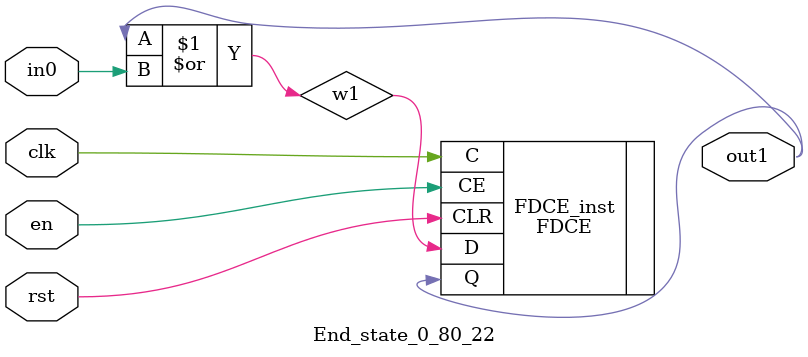
<source format=v>
module engine_0_80(out,clk,sod,en, in_0, in_4, in_8, in_10, in_16, in_21, in_22, in_26, in_36, in_37);
//pcre: /^X-OSSproxy\x3a[^\r\n]*OSSProxy/smiH
//block char: ^[9], O[0], S[0], -[0], r[0], p[0], y[0], x[0], \x3A[8], [^\r\n][2], 

	input clk,sod,en;

	input in_0, in_4, in_8, in_10, in_16, in_21, in_22, in_26, in_36, in_37;
	output out;

	assign w0 = 1'b1;
	state_0_80_1 BlockState_0_80_1 (w1,in_0,clk,en,sod,w0);
	state_0_80_2 BlockState_0_80_2 (w2,in_26,clk,en,sod,w1);
	state_0_80_3 BlockState_0_80_3 (w3,in_10,clk,en,sod,w2);
	state_0_80_4 BlockState_0_80_4 (w4,in_4,clk,en,sod,w3);
	state_0_80_5 BlockState_0_80_5 (w5,in_8,clk,en,sod,w4);
	state_0_80_6 BlockState_0_80_6 (w6,in_8,clk,en,sod,w5);
	state_0_80_7 BlockState_0_80_7 (w7,in_21,clk,en,sod,w6);
	state_0_80_8 BlockState_0_80_8 (w8,in_16,clk,en,sod,w7);
	state_0_80_9 BlockState_0_80_9 (w9,in_4,clk,en,sod,w8);
	state_0_80_10 BlockState_0_80_10 (w10,in_26,clk,en,sod,w9);
	state_0_80_11 BlockState_0_80_11 (w11,in_22,clk,en,sod,w10);
	state_0_80_12 BlockState_0_80_12 (w12,in_36,clk,en,sod,w11);
	state_0_80_13 BlockState_0_80_13 (w13,in_37,clk,en,sod,w13,w12);
	state_0_80_14 BlockState_0_80_14 (w14,in_4,clk,en,sod,w12,w13);
	state_0_80_15 BlockState_0_80_15 (w15,in_8,clk,en,sod,w14);
	state_0_80_16 BlockState_0_80_16 (w16,in_8,clk,en,sod,w15);
	state_0_80_17 BlockState_0_80_17 (w17,in_21,clk,en,sod,w16);
	state_0_80_18 BlockState_0_80_18 (w18,in_16,clk,en,sod,w17);
	state_0_80_19 BlockState_0_80_19 (w19,in_4,clk,en,sod,w18);
	state_0_80_20 BlockState_0_80_20 (w20,in_26,clk,en,sod,w19);
	state_0_80_21 BlockState_0_80_21 (w21,in_22,clk,en,sod,w20);
	End_state_0_80_22 BlockState_0_80_22 (out,clk,en,sod,w21);
endmodule

module state_0_80_1(out1,in_char,clk,en,rst,in0);
	input in_char,clk,en,rst,in0;
	output out1;
	wire w1,w2;
	assign w1 = in0; 
	and(w2,in_char,w1);
	FDCE #(.INIT(1'b0)) FDCE_inst (
		.Q(out1),
		.C(clk),
		.CE(en),
		.CLR(rst),
		.D(w2)
);
endmodule

module state_0_80_2(out1,in_char,clk,en,rst,in0);
	input in_char,clk,en,rst,in0;
	output out1;
	wire w1,w2;
	assign w1 = in0; 
	and(w2,in_char,w1);
	FDCE #(.INIT(1'b0)) FDCE_inst (
		.Q(out1),
		.C(clk),
		.CE(en),
		.CLR(rst),
		.D(w2)
);
endmodule

module state_0_80_3(out1,in_char,clk,en,rst,in0);
	input in_char,clk,en,rst,in0;
	output out1;
	wire w1,w2;
	assign w1 = in0; 
	and(w2,in_char,w1);
	FDCE #(.INIT(1'b0)) FDCE_inst (
		.Q(out1),
		.C(clk),
		.CE(en),
		.CLR(rst),
		.D(w2)
);
endmodule

module state_0_80_4(out1,in_char,clk,en,rst,in0);
	input in_char,clk,en,rst,in0;
	output out1;
	wire w1,w2;
	assign w1 = in0; 
	and(w2,in_char,w1);
	FDCE #(.INIT(1'b0)) FDCE_inst (
		.Q(out1),
		.C(clk),
		.CE(en),
		.CLR(rst),
		.D(w2)
);
endmodule

module state_0_80_5(out1,in_char,clk,en,rst,in0);
	input in_char,clk,en,rst,in0;
	output out1;
	wire w1,w2;
	assign w1 = in0; 
	and(w2,in_char,w1);
	FDCE #(.INIT(1'b0)) FDCE_inst (
		.Q(out1),
		.C(clk),
		.CE(en),
		.CLR(rst),
		.D(w2)
);
endmodule

module state_0_80_6(out1,in_char,clk,en,rst,in0);
	input in_char,clk,en,rst,in0;
	output out1;
	wire w1,w2;
	assign w1 = in0; 
	and(w2,in_char,w1);
	FDCE #(.INIT(1'b0)) FDCE_inst (
		.Q(out1),
		.C(clk),
		.CE(en),
		.CLR(rst),
		.D(w2)
);
endmodule

module state_0_80_7(out1,in_char,clk,en,rst,in0);
	input in_char,clk,en,rst,in0;
	output out1;
	wire w1,w2;
	assign w1 = in0; 
	and(w2,in_char,w1);
	FDCE #(.INIT(1'b0)) FDCE_inst (
		.Q(out1),
		.C(clk),
		.CE(en),
		.CLR(rst),
		.D(w2)
);
endmodule

module state_0_80_8(out1,in_char,clk,en,rst,in0);
	input in_char,clk,en,rst,in0;
	output out1;
	wire w1,w2;
	assign w1 = in0; 
	and(w2,in_char,w1);
	FDCE #(.INIT(1'b0)) FDCE_inst (
		.Q(out1),
		.C(clk),
		.CE(en),
		.CLR(rst),
		.D(w2)
);
endmodule

module state_0_80_9(out1,in_char,clk,en,rst,in0);
	input in_char,clk,en,rst,in0;
	output out1;
	wire w1,w2;
	assign w1 = in0; 
	and(w2,in_char,w1);
	FDCE #(.INIT(1'b0)) FDCE_inst (
		.Q(out1),
		.C(clk),
		.CE(en),
		.CLR(rst),
		.D(w2)
);
endmodule

module state_0_80_10(out1,in_char,clk,en,rst,in0);
	input in_char,clk,en,rst,in0;
	output out1;
	wire w1,w2;
	assign w1 = in0; 
	and(w2,in_char,w1);
	FDCE #(.INIT(1'b0)) FDCE_inst (
		.Q(out1),
		.C(clk),
		.CE(en),
		.CLR(rst),
		.D(w2)
);
endmodule

module state_0_80_11(out1,in_char,clk,en,rst,in0);
	input in_char,clk,en,rst,in0;
	output out1;
	wire w1,w2;
	assign w1 = in0; 
	and(w2,in_char,w1);
	FDCE #(.INIT(1'b0)) FDCE_inst (
		.Q(out1),
		.C(clk),
		.CE(en),
		.CLR(rst),
		.D(w2)
);
endmodule

module state_0_80_12(out1,in_char,clk,en,rst,in0);
	input in_char,clk,en,rst,in0;
	output out1;
	wire w1,w2;
	assign w1 = in0; 
	and(w2,in_char,w1);
	FDCE #(.INIT(1'b0)) FDCE_inst (
		.Q(out1),
		.C(clk),
		.CE(en),
		.CLR(rst),
		.D(w2)
);
endmodule

module state_0_80_13(out1,in_char,clk,en,rst,in0,in1);
	input in_char,clk,en,rst,in0,in1;
	output out1;
	wire w1,w2;
	or(w1,in0,in1);
	and(w2,in_char,w1);
	FDCE #(.INIT(1'b0)) FDCE_inst (
		.Q(out1),
		.C(clk),
		.CE(en),
		.CLR(rst),
		.D(w2)
);
endmodule

module state_0_80_14(out1,in_char,clk,en,rst,in0,in1);
	input in_char,clk,en,rst,in0,in1;
	output out1;
	wire w1,w2;
	or(w1,in0,in1);
	and(w2,in_char,w1);
	FDCE #(.INIT(1'b0)) FDCE_inst (
		.Q(out1),
		.C(clk),
		.CE(en),
		.CLR(rst),
		.D(w2)
);
endmodule

module state_0_80_15(out1,in_char,clk,en,rst,in0);
	input in_char,clk,en,rst,in0;
	output out1;
	wire w1,w2;
	assign w1 = in0; 
	and(w2,in_char,w1);
	FDCE #(.INIT(1'b0)) FDCE_inst (
		.Q(out1),
		.C(clk),
		.CE(en),
		.CLR(rst),
		.D(w2)
);
endmodule

module state_0_80_16(out1,in_char,clk,en,rst,in0);
	input in_char,clk,en,rst,in0;
	output out1;
	wire w1,w2;
	assign w1 = in0; 
	and(w2,in_char,w1);
	FDCE #(.INIT(1'b0)) FDCE_inst (
		.Q(out1),
		.C(clk),
		.CE(en),
		.CLR(rst),
		.D(w2)
);
endmodule

module state_0_80_17(out1,in_char,clk,en,rst,in0);
	input in_char,clk,en,rst,in0;
	output out1;
	wire w1,w2;
	assign w1 = in0; 
	and(w2,in_char,w1);
	FDCE #(.INIT(1'b0)) FDCE_inst (
		.Q(out1),
		.C(clk),
		.CE(en),
		.CLR(rst),
		.D(w2)
);
endmodule

module state_0_80_18(out1,in_char,clk,en,rst,in0);
	input in_char,clk,en,rst,in0;
	output out1;
	wire w1,w2;
	assign w1 = in0; 
	and(w2,in_char,w1);
	FDCE #(.INIT(1'b0)) FDCE_inst (
		.Q(out1),
		.C(clk),
		.CE(en),
		.CLR(rst),
		.D(w2)
);
endmodule

module state_0_80_19(out1,in_char,clk,en,rst,in0);
	input in_char,clk,en,rst,in0;
	output out1;
	wire w1,w2;
	assign w1 = in0; 
	and(w2,in_char,w1);
	FDCE #(.INIT(1'b0)) FDCE_inst (
		.Q(out1),
		.C(clk),
		.CE(en),
		.CLR(rst),
		.D(w2)
);
endmodule

module state_0_80_20(out1,in_char,clk,en,rst,in0);
	input in_char,clk,en,rst,in0;
	output out1;
	wire w1,w2;
	assign w1 = in0; 
	and(w2,in_char,w1);
	FDCE #(.INIT(1'b0)) FDCE_inst (
		.Q(out1),
		.C(clk),
		.CE(en),
		.CLR(rst),
		.D(w2)
);
endmodule

module state_0_80_21(out1,in_char,clk,en,rst,in0);
	input in_char,clk,en,rst,in0;
	output out1;
	wire w1,w2;
	assign w1 = in0; 
	and(w2,in_char,w1);
	FDCE #(.INIT(1'b0)) FDCE_inst (
		.Q(out1),
		.C(clk),
		.CE(en),
		.CLR(rst),
		.D(w2)
);
endmodule

module End_state_0_80_22(out1,clk,en,rst,in0);
	input clk,rst,en,in0;
	output out1;
	wire w1;
	or(w1,out1,in0);
	FDCE #(.INIT(1'b0)) FDCE_inst (
		.Q(out1),
		.C(clk),
		.CE(en),
		.CLR(rst),
		.D(w1)
);
endmodule


</source>
